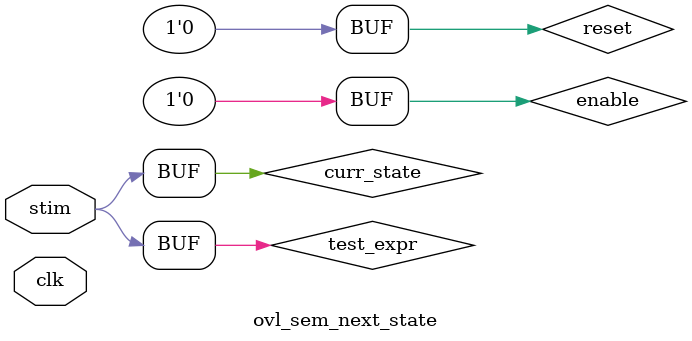
<source format=sv>
module ovl_sem_next_state(input logic clk, input logic stim);
  // Keep pass mode reset-gated to avoid end-of-bound over-triggering.
`ifdef FAIL
  logic reset = 1'b1;
`else
  logic reset = 1'b0;
`endif
`ifdef FAIL
  logic enable = 1'b1;
`else
  logic enable = 1'b0;
`endif
  logic test_expr;
  logic curr_state;

  assign test_expr = stim;
  assign curr_state = stim;

`ifdef FAIL
  localparam logic [0:0] allowed_next_state = 1'b0;
  ovl_next_state #(
      .next_count(1),
      .width(1),
      .min_hold(1),
      .max_hold(1),
      .disallow(0)) dut (
      .clock(clk),
      .reset(reset),
      .enable(enable),
      .test_expr(test_expr),
      .curr_state(curr_state),
      .next_state(allowed_next_state),
      .fire());
`else
  localparam logic [1:0] allowed_next_state = 2'b10;
  ovl_next_state #(
      .next_count(2),
      .width(1),
      .min_hold(1),
      .max_hold(1),
      .disallow(0)) dut (
      .clock(clk),
      .reset(reset),
      .enable(enable),
      .test_expr(test_expr),
      .curr_state(curr_state),
      .next_state(allowed_next_state),
      .fire());
`endif
endmodule

</source>
